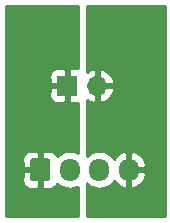
<source format=gbr>
G04 #@! TF.GenerationSoftware,KiCad,Pcbnew,(5.1.2-1)-1*
G04 #@! TF.CreationDate,2019-11-08T10:29:16-05:00*
G04 #@! TF.ProjectId,flow_rate,666c6f77-5f72-4617-9465-2e6b69636164,rev?*
G04 #@! TF.SameCoordinates,Original*
G04 #@! TF.FileFunction,Copper,L2,Bot*
G04 #@! TF.FilePolarity,Positive*
%FSLAX46Y46*%
G04 Gerber Fmt 4.6, Leading zero omitted, Abs format (unit mm)*
G04 Created by KiCad (PCBNEW (5.1.2-1)-1) date 2019-11-08 10:29:16*
%MOMM*%
%LPD*%
G04 APERTURE LIST*
%ADD10C,0.100000*%
%ADD11C,1.700000*%
%ADD12O,1.700000X1.950000*%
%ADD13R,1.700000X1.700000*%
%ADD14O,1.700000X1.700000*%
%ADD15C,0.254000*%
G04 APERTURE END LIST*
D10*
G36*
X180456504Y-53128204D02*
G01*
X180480773Y-53131804D01*
X180504571Y-53137765D01*
X180527671Y-53146030D01*
X180549849Y-53156520D01*
X180570893Y-53169133D01*
X180590598Y-53183747D01*
X180608777Y-53200223D01*
X180625253Y-53218402D01*
X180639867Y-53238107D01*
X180652480Y-53259151D01*
X180662970Y-53281329D01*
X180671235Y-53304429D01*
X180677196Y-53328227D01*
X180680796Y-53352496D01*
X180682000Y-53377000D01*
X180682000Y-54827000D01*
X180680796Y-54851504D01*
X180677196Y-54875773D01*
X180671235Y-54899571D01*
X180662970Y-54922671D01*
X180652480Y-54944849D01*
X180639867Y-54965893D01*
X180625253Y-54985598D01*
X180608777Y-55003777D01*
X180590598Y-55020253D01*
X180570893Y-55034867D01*
X180549849Y-55047480D01*
X180527671Y-55057970D01*
X180504571Y-55066235D01*
X180480773Y-55072196D01*
X180456504Y-55075796D01*
X180432000Y-55077000D01*
X179232000Y-55077000D01*
X179207496Y-55075796D01*
X179183227Y-55072196D01*
X179159429Y-55066235D01*
X179136329Y-55057970D01*
X179114151Y-55047480D01*
X179093107Y-55034867D01*
X179073402Y-55020253D01*
X179055223Y-55003777D01*
X179038747Y-54985598D01*
X179024133Y-54965893D01*
X179011520Y-54944849D01*
X179001030Y-54922671D01*
X178992765Y-54899571D01*
X178986804Y-54875773D01*
X178983204Y-54851504D01*
X178982000Y-54827000D01*
X178982000Y-53377000D01*
X178983204Y-53352496D01*
X178986804Y-53328227D01*
X178992765Y-53304429D01*
X179001030Y-53281329D01*
X179011520Y-53259151D01*
X179024133Y-53238107D01*
X179038747Y-53218402D01*
X179055223Y-53200223D01*
X179073402Y-53183747D01*
X179093107Y-53169133D01*
X179114151Y-53156520D01*
X179136329Y-53146030D01*
X179159429Y-53137765D01*
X179183227Y-53131804D01*
X179207496Y-53128204D01*
X179232000Y-53127000D01*
X180432000Y-53127000D01*
X180456504Y-53128204D01*
X180456504Y-53128204D01*
G37*
D11*
X179832000Y-54102000D03*
D12*
X182332000Y-54102000D03*
X184832000Y-54102000D03*
X187332000Y-54102000D03*
D13*
X182118000Y-46990000D03*
D14*
X184658000Y-46990000D03*
D15*
G36*
X190373000Y-58039000D02*
G01*
X183769000Y-58039000D01*
X183769000Y-55272549D01*
X183776866Y-55282134D01*
X184002987Y-55467706D01*
X184260967Y-55605599D01*
X184540890Y-55690513D01*
X184832000Y-55719185D01*
X185123111Y-55690513D01*
X185403034Y-55605599D01*
X185661014Y-55467706D01*
X185887134Y-55282134D01*
X186072706Y-55056014D01*
X186086462Y-55030278D01*
X186242951Y-55236429D01*
X186460807Y-55429496D01*
X186712142Y-55576352D01*
X186975110Y-55668476D01*
X187205000Y-55547155D01*
X187205000Y-54229000D01*
X187459000Y-54229000D01*
X187459000Y-55547155D01*
X187688890Y-55668476D01*
X187951858Y-55576352D01*
X188203193Y-55429496D01*
X188421049Y-55236429D01*
X188597053Y-55004570D01*
X188724442Y-54742830D01*
X188798320Y-54461267D01*
X188658165Y-54229000D01*
X187459000Y-54229000D01*
X187205000Y-54229000D01*
X187185000Y-54229000D01*
X187185000Y-53975000D01*
X187205000Y-53975000D01*
X187205000Y-52656845D01*
X187459000Y-52656845D01*
X187459000Y-53975000D01*
X188658165Y-53975000D01*
X188798320Y-53742733D01*
X188724442Y-53461170D01*
X188597053Y-53199430D01*
X188421049Y-52967571D01*
X188203193Y-52774504D01*
X187951858Y-52627648D01*
X187688890Y-52535524D01*
X187459000Y-52656845D01*
X187205000Y-52656845D01*
X186975110Y-52535524D01*
X186712142Y-52627648D01*
X186460807Y-52774504D01*
X186242951Y-52967571D01*
X186086462Y-53173722D01*
X186072706Y-53147986D01*
X185887134Y-52921866D01*
X185661013Y-52736294D01*
X185403033Y-52598401D01*
X185123110Y-52513487D01*
X184832000Y-52484815D01*
X184540889Y-52513487D01*
X184260966Y-52598401D01*
X184002986Y-52736294D01*
X183776866Y-52921866D01*
X183769000Y-52931451D01*
X183769000Y-48170583D01*
X183891080Y-48261641D01*
X184153901Y-48386825D01*
X184301110Y-48431476D01*
X184531000Y-48310155D01*
X184531000Y-47117000D01*
X184785000Y-47117000D01*
X184785000Y-48310155D01*
X185014890Y-48431476D01*
X185162099Y-48386825D01*
X185424920Y-48261641D01*
X185658269Y-48087588D01*
X185853178Y-47871355D01*
X186002157Y-47621252D01*
X186099481Y-47346891D01*
X185978814Y-47117000D01*
X184785000Y-47117000D01*
X184531000Y-47117000D01*
X184511000Y-47117000D01*
X184511000Y-46863000D01*
X184531000Y-46863000D01*
X184531000Y-45669845D01*
X184785000Y-45669845D01*
X184785000Y-46863000D01*
X185978814Y-46863000D01*
X186099481Y-46633109D01*
X186002157Y-46358748D01*
X185853178Y-46108645D01*
X185658269Y-45892412D01*
X185424920Y-45718359D01*
X185162099Y-45593175D01*
X185014890Y-45548524D01*
X184785000Y-45669845D01*
X184531000Y-45669845D01*
X184301110Y-45548524D01*
X184153901Y-45593175D01*
X183891080Y-45718359D01*
X183769000Y-45809417D01*
X183769000Y-40259000D01*
X190373000Y-40259000D01*
X190373000Y-58039000D01*
X190373000Y-58039000D01*
G37*
X190373000Y-58039000D02*
X183769000Y-58039000D01*
X183769000Y-55272549D01*
X183776866Y-55282134D01*
X184002987Y-55467706D01*
X184260967Y-55605599D01*
X184540890Y-55690513D01*
X184832000Y-55719185D01*
X185123111Y-55690513D01*
X185403034Y-55605599D01*
X185661014Y-55467706D01*
X185887134Y-55282134D01*
X186072706Y-55056014D01*
X186086462Y-55030278D01*
X186242951Y-55236429D01*
X186460807Y-55429496D01*
X186712142Y-55576352D01*
X186975110Y-55668476D01*
X187205000Y-55547155D01*
X187205000Y-54229000D01*
X187459000Y-54229000D01*
X187459000Y-55547155D01*
X187688890Y-55668476D01*
X187951858Y-55576352D01*
X188203193Y-55429496D01*
X188421049Y-55236429D01*
X188597053Y-55004570D01*
X188724442Y-54742830D01*
X188798320Y-54461267D01*
X188658165Y-54229000D01*
X187459000Y-54229000D01*
X187205000Y-54229000D01*
X187185000Y-54229000D01*
X187185000Y-53975000D01*
X187205000Y-53975000D01*
X187205000Y-52656845D01*
X187459000Y-52656845D01*
X187459000Y-53975000D01*
X188658165Y-53975000D01*
X188798320Y-53742733D01*
X188724442Y-53461170D01*
X188597053Y-53199430D01*
X188421049Y-52967571D01*
X188203193Y-52774504D01*
X187951858Y-52627648D01*
X187688890Y-52535524D01*
X187459000Y-52656845D01*
X187205000Y-52656845D01*
X186975110Y-52535524D01*
X186712142Y-52627648D01*
X186460807Y-52774504D01*
X186242951Y-52967571D01*
X186086462Y-53173722D01*
X186072706Y-53147986D01*
X185887134Y-52921866D01*
X185661013Y-52736294D01*
X185403033Y-52598401D01*
X185123110Y-52513487D01*
X184832000Y-52484815D01*
X184540889Y-52513487D01*
X184260966Y-52598401D01*
X184002986Y-52736294D01*
X183776866Y-52921866D01*
X183769000Y-52931451D01*
X183769000Y-48170583D01*
X183891080Y-48261641D01*
X184153901Y-48386825D01*
X184301110Y-48431476D01*
X184531000Y-48310155D01*
X184531000Y-47117000D01*
X184785000Y-47117000D01*
X184785000Y-48310155D01*
X185014890Y-48431476D01*
X185162099Y-48386825D01*
X185424920Y-48261641D01*
X185658269Y-48087588D01*
X185853178Y-47871355D01*
X186002157Y-47621252D01*
X186099481Y-47346891D01*
X185978814Y-47117000D01*
X184785000Y-47117000D01*
X184531000Y-47117000D01*
X184511000Y-47117000D01*
X184511000Y-46863000D01*
X184531000Y-46863000D01*
X184531000Y-45669845D01*
X184785000Y-45669845D01*
X184785000Y-46863000D01*
X185978814Y-46863000D01*
X186099481Y-46633109D01*
X186002157Y-46358748D01*
X185853178Y-46108645D01*
X185658269Y-45892412D01*
X185424920Y-45718359D01*
X185162099Y-45593175D01*
X185014890Y-45548524D01*
X184785000Y-45669845D01*
X184531000Y-45669845D01*
X184301110Y-45548524D01*
X184153901Y-45593175D01*
X183891080Y-45718359D01*
X183769000Y-45809417D01*
X183769000Y-40259000D01*
X190373000Y-40259000D01*
X190373000Y-58039000D01*
G36*
X183007000Y-45505769D02*
G01*
X182968000Y-45501928D01*
X182403750Y-45505000D01*
X182245000Y-45663750D01*
X182245000Y-46863000D01*
X182265000Y-46863000D01*
X182265000Y-47117000D01*
X182245000Y-47117000D01*
X182245000Y-48316250D01*
X182403750Y-48475000D01*
X182968000Y-48478072D01*
X183007000Y-48474231D01*
X183007000Y-52653972D01*
X182903033Y-52598401D01*
X182623110Y-52513487D01*
X182332000Y-52484815D01*
X182040889Y-52513487D01*
X181760966Y-52598401D01*
X181502986Y-52736294D01*
X181282055Y-52917608D01*
X181271502Y-52882820D01*
X181212537Y-52772506D01*
X181133185Y-52675815D01*
X181036494Y-52596463D01*
X180926180Y-52537498D01*
X180806482Y-52501188D01*
X180682000Y-52488928D01*
X180117750Y-52492000D01*
X179959000Y-52650750D01*
X179959000Y-53975000D01*
X179979000Y-53975000D01*
X179979000Y-54229000D01*
X179959000Y-54229000D01*
X179959000Y-55553250D01*
X180117750Y-55712000D01*
X180682000Y-55715072D01*
X180806482Y-55702812D01*
X180926180Y-55666502D01*
X181036494Y-55607537D01*
X181133185Y-55528185D01*
X181212537Y-55431494D01*
X181271502Y-55321180D01*
X181282055Y-55286392D01*
X181502987Y-55467706D01*
X181760967Y-55605599D01*
X182040890Y-55690513D01*
X182332000Y-55719185D01*
X182623111Y-55690513D01*
X182903034Y-55605599D01*
X183007000Y-55550028D01*
X183007000Y-58039000D01*
X176911000Y-58039000D01*
X176911000Y-55077000D01*
X178343928Y-55077000D01*
X178356188Y-55201482D01*
X178392498Y-55321180D01*
X178451463Y-55431494D01*
X178530815Y-55528185D01*
X178627506Y-55607537D01*
X178737820Y-55666502D01*
X178857518Y-55702812D01*
X178982000Y-55715072D01*
X179546250Y-55712000D01*
X179705000Y-55553250D01*
X179705000Y-54229000D01*
X178505750Y-54229000D01*
X178347000Y-54387750D01*
X178343928Y-55077000D01*
X176911000Y-55077000D01*
X176911000Y-53127000D01*
X178343928Y-53127000D01*
X178347000Y-53816250D01*
X178505750Y-53975000D01*
X179705000Y-53975000D01*
X179705000Y-52650750D01*
X179546250Y-52492000D01*
X178982000Y-52488928D01*
X178857518Y-52501188D01*
X178737820Y-52537498D01*
X178627506Y-52596463D01*
X178530815Y-52675815D01*
X178451463Y-52772506D01*
X178392498Y-52882820D01*
X178356188Y-53002518D01*
X178343928Y-53127000D01*
X176911000Y-53127000D01*
X176911000Y-47840000D01*
X180629928Y-47840000D01*
X180642188Y-47964482D01*
X180678498Y-48084180D01*
X180737463Y-48194494D01*
X180816815Y-48291185D01*
X180913506Y-48370537D01*
X181023820Y-48429502D01*
X181143518Y-48465812D01*
X181268000Y-48478072D01*
X181832250Y-48475000D01*
X181991000Y-48316250D01*
X181991000Y-47117000D01*
X180791750Y-47117000D01*
X180633000Y-47275750D01*
X180629928Y-47840000D01*
X176911000Y-47840000D01*
X176911000Y-46140000D01*
X180629928Y-46140000D01*
X180633000Y-46704250D01*
X180791750Y-46863000D01*
X181991000Y-46863000D01*
X181991000Y-45663750D01*
X181832250Y-45505000D01*
X181268000Y-45501928D01*
X181143518Y-45514188D01*
X181023820Y-45550498D01*
X180913506Y-45609463D01*
X180816815Y-45688815D01*
X180737463Y-45785506D01*
X180678498Y-45895820D01*
X180642188Y-46015518D01*
X180629928Y-46140000D01*
X176911000Y-46140000D01*
X176911000Y-40259000D01*
X183007000Y-40259000D01*
X183007000Y-45505769D01*
X183007000Y-45505769D01*
G37*
X183007000Y-45505769D02*
X182968000Y-45501928D01*
X182403750Y-45505000D01*
X182245000Y-45663750D01*
X182245000Y-46863000D01*
X182265000Y-46863000D01*
X182265000Y-47117000D01*
X182245000Y-47117000D01*
X182245000Y-48316250D01*
X182403750Y-48475000D01*
X182968000Y-48478072D01*
X183007000Y-48474231D01*
X183007000Y-52653972D01*
X182903033Y-52598401D01*
X182623110Y-52513487D01*
X182332000Y-52484815D01*
X182040889Y-52513487D01*
X181760966Y-52598401D01*
X181502986Y-52736294D01*
X181282055Y-52917608D01*
X181271502Y-52882820D01*
X181212537Y-52772506D01*
X181133185Y-52675815D01*
X181036494Y-52596463D01*
X180926180Y-52537498D01*
X180806482Y-52501188D01*
X180682000Y-52488928D01*
X180117750Y-52492000D01*
X179959000Y-52650750D01*
X179959000Y-53975000D01*
X179979000Y-53975000D01*
X179979000Y-54229000D01*
X179959000Y-54229000D01*
X179959000Y-55553250D01*
X180117750Y-55712000D01*
X180682000Y-55715072D01*
X180806482Y-55702812D01*
X180926180Y-55666502D01*
X181036494Y-55607537D01*
X181133185Y-55528185D01*
X181212537Y-55431494D01*
X181271502Y-55321180D01*
X181282055Y-55286392D01*
X181502987Y-55467706D01*
X181760967Y-55605599D01*
X182040890Y-55690513D01*
X182332000Y-55719185D01*
X182623111Y-55690513D01*
X182903034Y-55605599D01*
X183007000Y-55550028D01*
X183007000Y-58039000D01*
X176911000Y-58039000D01*
X176911000Y-55077000D01*
X178343928Y-55077000D01*
X178356188Y-55201482D01*
X178392498Y-55321180D01*
X178451463Y-55431494D01*
X178530815Y-55528185D01*
X178627506Y-55607537D01*
X178737820Y-55666502D01*
X178857518Y-55702812D01*
X178982000Y-55715072D01*
X179546250Y-55712000D01*
X179705000Y-55553250D01*
X179705000Y-54229000D01*
X178505750Y-54229000D01*
X178347000Y-54387750D01*
X178343928Y-55077000D01*
X176911000Y-55077000D01*
X176911000Y-53127000D01*
X178343928Y-53127000D01*
X178347000Y-53816250D01*
X178505750Y-53975000D01*
X179705000Y-53975000D01*
X179705000Y-52650750D01*
X179546250Y-52492000D01*
X178982000Y-52488928D01*
X178857518Y-52501188D01*
X178737820Y-52537498D01*
X178627506Y-52596463D01*
X178530815Y-52675815D01*
X178451463Y-52772506D01*
X178392498Y-52882820D01*
X178356188Y-53002518D01*
X178343928Y-53127000D01*
X176911000Y-53127000D01*
X176911000Y-47840000D01*
X180629928Y-47840000D01*
X180642188Y-47964482D01*
X180678498Y-48084180D01*
X180737463Y-48194494D01*
X180816815Y-48291185D01*
X180913506Y-48370537D01*
X181023820Y-48429502D01*
X181143518Y-48465812D01*
X181268000Y-48478072D01*
X181832250Y-48475000D01*
X181991000Y-48316250D01*
X181991000Y-47117000D01*
X180791750Y-47117000D01*
X180633000Y-47275750D01*
X180629928Y-47840000D01*
X176911000Y-47840000D01*
X176911000Y-46140000D01*
X180629928Y-46140000D01*
X180633000Y-46704250D01*
X180791750Y-46863000D01*
X181991000Y-46863000D01*
X181991000Y-45663750D01*
X181832250Y-45505000D01*
X181268000Y-45501928D01*
X181143518Y-45514188D01*
X181023820Y-45550498D01*
X180913506Y-45609463D01*
X180816815Y-45688815D01*
X180737463Y-45785506D01*
X180678498Y-45895820D01*
X180642188Y-46015518D01*
X180629928Y-46140000D01*
X176911000Y-46140000D01*
X176911000Y-40259000D01*
X183007000Y-40259000D01*
X183007000Y-45505769D01*
M02*

</source>
